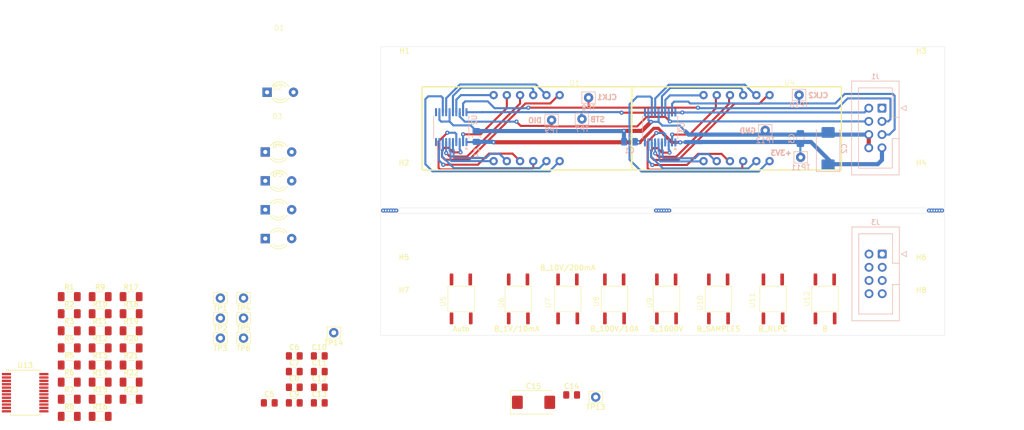
<source format=kicad_pcb>
(kicad_pcb (version 20240108) (generator "pcbnew") (generator_version "8.0")
  (layers (0 "F.Cu" signal) (31 "B.Cu" signal) (34 "B.Paste" user) (35 "F.Paste" user) (36 "B.SilkS" user "B.Silkscreen") (37 "F.SilkS" user "F.Silkscreen") (38 "B.Mask" user) (39 "F.Mask" user) (44 "Edge.Cuts" user))
  (net 0 "")
  (net 1 "+3.3V")
  (net 2 "GND")
  (net 3 "/B_AUTO")
  (net 4 "/B_1V{slash}10mA")
  (net 5 "/B_10V{slash}200mA")
  (net 6 "/B_100V{slash}10A")
  (net 7 "/B_1000V")
  (net 8 "/B_SAMPLES")
  (net 9 "/B_NLPC")
  (net 10 "/B")
  (net 11 "Net-(D1-A)")
  (net 12 "Net-(D2-A)")
  (net 13 "Net-(D3-A)")
  (net 14 "Net-(D4-A)")
  (net 15 "Net-(D5-A)")
  (net 16 "/DIO")
  (net 17 "/INT")
  (net 18 "/SCL")
  (net 19 "/SDA")
  (net 20 "/STB")
  (net 21 "/CLK2")
  (net 22 "/CLK1")
  (net 23 "Net-(R1-Pad2)")
  (net 24 "Net-(R3-Pad2)")
  (net 25 "Net-(R5-Pad2)")
  (net 26 "Net-(R7-Pad2)")
  (net 27 "Net-(R10-Pad1)")
  (net 28 "Net-(R11-Pad2)")
  (net 29 "Net-(R13-Pad2)")
  (net 30 "Net-(R15-Pad2)")
  (net 31 "/LED_AUTO")
  (net 32 "/LED_1V{slash}10mA")
  (net 33 "/LED_10V{slash}200mA")
  (net 34 "/LED_100V{slash}10A")
  (net 35 "/LED_1000V")
  (net 36 "Net-(U13-A0)")
  (net 37 "Net-(U13-P05)")
  (net 38 "Net-(U13-P06)")
  (net 39 "Net-(U13-P07)")
  (net 40 "Net-(U1-DP)")
  (net 41 "Net-(U1-d)")
  (net 42 "Net-(U1-a)")
  (net 43 "Net-(U1-e)")
  (net 44 "Net-(U1-f)")
  (net 45 "Net-(U1-c)")
  (net 46 "Net-(U1-g)")
  (net 47 "Net-(U1-A3)")
  (net 48 "Net-(U1-A1)")
  (net 49 "Net-(U1-b)")
  (net 50 "Net-(U1-A2)")
  (net 51 "Net-(U1-A4)")
  (net 54 "Net-(U3-DIG4)")
  (net 57 "Net-(U3-SEG8)")
  (net 58 "Net-(U3-SEG6)")
  (net 59 "Net-(U3-SEG1)")
  (net 60 "Net-(U3-SEG5)")
  (net 61 "Net-(U3-DIG1)")
  (net 62 "Net-(U3-SEG2)")
  (net 63 "Net-(U3-SEG4)")
  (net 64 "Net-(U3-DIG2)")
  (net 65 "Net-(U3-DIG3)")
  (net 66 "Net-(U3-SEG7)")
  (net 67 "Net-(U3-SEG3)")
  (net 68 "+3.3VA")
  (net 72 "GNDA")
  (footprint "Connector_Pin:Pin_D0.9mm_L10.0mm_W2.4mm_FlatFork" (layer "F.Cu") (at 98.1925 81.84)
    (property "Reference" "TP1")
    (property "Value" "TestPoint")
  )
  (footprint "Passives:Tact_Button_SMD_Gold" (layer "F.Cu") (at 166.85 82.75 90)
    (property "Reference" "U7")
    (property "Value" "B_10V/200mA")
  )
  (footprint "MountingHole:MountingHole_3.2mm_M3" (layer "F.Cu") (at 233 84.5)
    (property "Reference" "H8")
    (property "Value" "MountingHole")
  )
  (footprint "Connector_Pin:Pin_D0.9mm_L10.0mm_W2.4mm_FlatFork" (layer "F.Cu") (at 98.1925 85.69)
    (property "Reference" "TP2")
    (property "Value" "TestPoint")
  )
  (footprint "Resistor_SMD:R_1206_3216Metric_Pad1.30x1.75mm_HandSolder" (layer "F.Cu") (at 69.1125 84.85)
    (property "Reference" "R2")
    (property "Value" "1k2")
  )
  (footprint "Resistor_SMD:R_1206_3216Metric_Pad1.30x1.75mm_HandSolder" (layer "F.Cu") (at 75.0625 84.85)
    (property "Reference" "R10")
    (property "Value" "1k2")
  )
  (footprint "MountingHole:MountingHole_3.2mm_M3" (layer "F.Cu") (at 133.5 69.5)
    (property "Reference" "H5")
    (property "Value" "MountingHole")
  )
  (footprint "Passives:Hole_3mm" (layer "F.Cu") (at 174 82)
    (property "Reference" "H15" (hide yes))
    (property "Value" "MountingHole")
  )
  (footprint "Capacitor_SMD:C_0805_2012Metric_Pad1.18x1.45mm_HandSolder" (layer "F.Cu") (at 112.4025 102)
    (property "Reference" "C9")
    (property "Value" "100n")
  )
  (footprint "Resistor_SMD:R_1206_3216Metric_Pad1.30x1.75mm_HandSolder" (layer "F.Cu") (at 69.1125 81.56)
    (property "Reference" "R1")
    (property "Value" "6k8")
  )
  (footprint "Resistor_SMD:R_1206_3216Metric_Pad1.30x1.75mm_HandSolder" (layer "F.Cu") (at 69.1125 94.72)
    (property "Reference" "R5")
    (property "Value" "6k8")
  )
  (footprint "Resistor_SMD:R_1206_3216Metric_Pad1.30x1.75mm_HandSolder" (layer "F.Cu") (at 75.0625 101.3)
    (property "Reference" "R15")
    (property "Value" "6k8")
  )
  (footprint "Passives:Hole_3mm" (layer "F.Cu") (at 184 82)
    (property "Reference" "H16" (hide yes))
    (property "Value" "MountingHole")
  )
  (footprint "MountingHole:MountingHole_3.2mm_M3" (layer "F.Cu") (at 133.5 84.5)
    (property "Reference" "H7")
    (property "Value" "MountingHole")
  )
  (footprint "Passives:led_3mm_mid_hole" (layer "F.Cu") (at 109.3625 53.74)
    (property "Reference" "D2")
    (property "Value" "LED")
  )
  (footprint "Resistor_SMD:R_1206_3216Metric_Pad1.30x1.75mm_HandSolder" (layer "F.Cu") (at 81.0125 94.72)
    (property "Reference" "R21")
    (property "Value" "6k8")
  )
  (footprint "Resistor_SMD:R_1206_3216Metric_Pad1.30x1.75mm_HandSolder" (layer "F.Cu") (at 69.1125 101.3)
    (property "Reference" "R7")
    (property "Value" "6k8")
  )
  (footprint "Passives:Hole_3mm" (layer "F.Cu") (at 165 82)
    (property "Reference" "H13" (hide yes))
    (property "Value" "MountingHole")
  )
  (footprint "Connector_Pin:Pin_D0.9mm_L10.0mm_W2.4mm_FlatFork" (layer "F.Cu") (at 170.3832 100.8888)
    (property "Reference" "TP13")
    (property "Value" "TestPoint")
  )
  (footprint "Passives:7_segment,_4_dig,_0.4_inch_anode" (layer "F.Cu") (at 158.369 42.799)
    (property "Reference" "U1")
    (property "Value" "7-seg, 4-dig, common anode")
  )
  (footprint "Resistor_SMD:R_1206_3216Metric_Pad1.30x1.75mm_HandSolder" (layer "F.Cu") (at 81.0125 101.3)
    (property "Reference" "R23")
    (property "Value" "6k8")
  )
  (footprint "Resistor_SMD:R_1206_3216Metric_Pad1.30x1.75mm_HandSolder" (layer "F.Cu") (at 81.0125 98.01)
    (property "Reference" "R22")
    (property "Value" "6k8")
  )
  (footprint "Capacitor_Tantalum_SMD:CP_EIA-7343-31_Kemet-D" (layer "F.Cu") (at 158.4282 101.8888)
    (property "Reference" "C15")
    (property "Value" "220u")
  )
  (footprint "Resistor_SMD:R_1206_3216Metric_Pad1.30x1.75mm_HandSolder" (layer "F.Cu") (at 81.0125 84.85)
    (property "Reference" "R18")
    (property "Value" "6k8")
  )
  (footprint "Passives:led_3mm_mid_hole" (layer "F.Cu") (at 109.3625 64.84)
    (property "Reference" "D4")
    (property "Value" "LED")
  )
  (footprint "Resistor_SMD:R_1206_3216Metric_Pad1.30x1.75mm_HandSolder" (layer "F.Cu") (at 69.1125 88.14)
    (property "Reference" "R3")
    (property "Value" "6k8")
  )
  (footprint "Resistor_SMD:R_1206_3216Metric_Pad1.30x1.75mm_HandSolder" (layer "F.Cu") (at 75.0625 91.43)
    (property "Reference" "R12")
    (property "Value" "1k2")
  )
  (footprint "Capacitor_SMD:C_0805_2012Metric_Pad1.18x1.45mm_HandSolder" (layer "F.Cu") (at 107.5925 102)
    (property "Reference" "C5")
    (property "Value" "100n")
  )
  (footprint "Passives:Tact_Button_SMD_Gold" (layer "F.Cu") (at 185.85 82.75 90)
    (property "Reference" "U9")
    (property "Value" "B_1000V")
  )
  (footprint "Passives:led_3mm_mid_hole" (layer "F.Cu") (at 109.71 42.25)
    (property "Reference" "D1")
    (property "Value" "LED")
  )
  (footprint "Resistor_SMD:R_1206_3216Metric_Pad1.30x1.75mm_HandSolder" (layer "F.Cu") (at 75.0625 94.72)
    (property "Reference" "R13")
    (property "Value" "6k8")
  )
  (footprint "Capacitor_SMD:C_0805_2012Metric_Pad1.18x1.45mm_HandSolder" (layer "F.Cu") (at 117.2125 92.97)
    (property "Reference" "C10")
    (property "Value" "100n")
  )
  (footprint "Passives:Tact_Button_SMD_Gold" (layer "F.Cu") (at 216.35 82.75 90)
    (property "Reference" "U12")
    (property "Value" "B")
  )
  (footprint "Capacitor_SMD:C_0805_2012Metric_Pad1.18x1.45mm_HandSolder" (layer "F.Cu") (at 112.4025 98.99)
    (property "Reference" "C8")
    (property "Value" "100n")
  )
  (footprint "Passives:Hole_3mm" (layer "F.Cu") (at 214.5 81.95)
    (property "Reference" "H14" (hide yes))
    (property "Value" "MountingHole")
  )
  (footprint "Capacitor_SMD:C_0805_2012Metric_Pad1.18x1.45mm_HandSolder" (layer "F.Cu") (at 112.4025 92.97)
    (property "Reference" "C6")
    (property "Value" "100n")
  )
  (footprint "Resistor_SMD:R_1206_3216Metric_Pad1.30x1.75mm_HandSolder" (layer "F.Cu") (at 75.0625 88.14)
    (property "Reference" "R11")
    (property "Value" "6k8")
  )
  (footprint "Passives:Hole_3mm" (layer "F.Cu") (at 155.5 82)
    (property "Reference" "H11" (hide yes))
    (property "Value" "MountingHole")
  )
  (footprint "Connector_Pin:Pin_D0.9mm_L10.0mm_W2.4mm_FlatFork" (layer "F.Cu") (at 120 88.5)
    (property "Reference" "TP14")
    (property "Value" "TestPoint")
  )
  (footprint "Capacitor_SMD:C_0805_2012Metric_Pad1.18x1.45mm_HandSolder" (layer "F.Cu") (at 117.2125 102)
    (property "Reference" "C13")
    (property "Value" "100n")
  )
  (footprint "MountingHole:MountingHole_3.2mm_M3" (layer "F.Cu") (at 233 38.5)
    (property "Reference" "H3")
    (property "Value" "MountingHole")
  )
  (footprint "Package_SO:SSOP-24_5.3x8.2mm_P0.65mm" (layer "F.Cu") (at 60.6325 100.04)
    (property "Reference" "U13")
    (property "Value" "TCA9535DBR")
  )
  (footprint "Passives:Hole_3mm" (layer "F.Cu") (at 194 81.95)
    (property "Reference" "H10" (hide yes))
    (property "Value" "MountingHole")
  )
  (footprint "Capacitor_SMD:C_0805_2012Metric_Pad1.18x1.45mm_HandSolder" (layer "F.Cu") (at 117.2125 95.98)
    (property "Reference" "C11")
    (property "Value" "100n")
  )
  (footprint "Capacitor_SMD:C_0805_2012Metric_Pad1.18x1.45mm_HandSolder" (layer "F.Cu") (at 165.7532 100.4688)
    (property "Reference" "C14")
    (property "Value" "100n")
  )
  (footprint "MountingHole:MountingHole_3.2mm_M3" (layer "F.Cu") (at 233 60)
    (property "Reference" "H4")
    (property "Value" "MountingHole")
  )
  (footprint "Resistor_SMD:R_1206_3216Metric_Pad1.30x1.75mm_HandSolder" (layer "F.Cu") (at 75.0625 98.01)
    (property "Reference" "R14")
    (property "Value" "1k2")
  )
  (footprint "Passives:7_segment,_4_dig,_0.4_inch_anode" (layer "F.Cu") (at 198.75 42.799)
    (property "Reference" "U4")
    (property "Value" "7-seg, 4-dig, common anode")
  )
  (footprint "Connector_Pin:Pin_D0.9mm_L10.0mm_W2.4mm_FlatFork" (layer "F.Cu") (at 98.1925 89.54)
    (property "Reference" "TP3")
    (property "Value" "TestPoint")
  )
  (footprint "MountingHole:MountingHole_3.2mm_M3" (layer "F.Cu") (at 133.604 38.5)
    (property "Reference" "H1")
    (property "Value" "MountingHole")
  )
  (footprint "Resistor_SMD:R_1206_3216Metric_Pad1.30x1.75mm_HandSolder" (layer "F.Cu") (at 69.1125 104.59)
    (property "Reference" "R8")
    (property "Value" "1k2")
  )
  (footprint "Connector_Pin:Pin_D0.9mm_L10.0mm_W2.4mm_FlatFork" (layer "F.Cu") (at 102.6425 85.69)
    (property "Reference" "TP5")
    (property "Value" "TestPoint")
  )
  (footprint "Resistor_SMD:R_1206_3216Metric_Pad1.30x1.75mm_HandSolder" (layer "F.Cu") (at 75.0625 81.56)
    (property "Reference" "R9")
    (property "Value" "6k8")
  )
  (footprint "Connector_Pin:Pin_D0.9mm_L10.0mm_W2.4mm_FlatFork" (layer "F.Cu") (at 102.6425 89.54)
    (property "Reference" "TP6")
    (property "Value" "TestPoint")
  )
  (footprint "Passives:Tact_Button_SMD_Gold" (layer "F.Cu") (at 206.35 82.75 90)
    (property "Reference" "U11")
    (property "Value" "B_NLPC")
  )
  (footprint "Passives:led_3mm_mid_hole" (layer "F.Cu") (at 109.3625 70.39)
    (property "Reference" "D5")
    (property "Value" "LED")
  )
  (footprint "Passives:Tact_Button_SMD_Gold" (layer "F.Cu") (at 195.85 82.75 90)
    (property "Reference" "U10")
    (property "Value" "B_SAMPLES")
  )
  (footprint "Passives:Tact_Button_SMD_Gold" (layer "F.Cu") (at 175.85 82.75 90)
    (property "Reference" "U8")
    (property "Value" "B_100V/10A")
  )
  (footprint "Passives:Tact_Button_SMD_Gold" (layer "F.Cu") (at 157.35 82.75 90)
    (property "Reference" "U6")
    (property "Value" "B_1V/10mA")
  )
  (footprint "Capacitor_SMD:C_0805_2012Metric_Pad1.18x1.45mm_HandSolder" (layer "F.Cu") (at 112.4025 95.98)
    (property "Reference" "C7")
    (property "Value" "100n")
  )
  (footprint "Resistor_SMD:R_1206_3216Metric_Pad1.30x1.75mm_HandSolder" (layer "F.Cu") (at 69.1125 91.43)
    (property "Reference" "R4")
    (property "Value" "1k2")
  )
  (footprint "Resistor_SMD:R_1206_3216Metric_Pad1.30x1.75mm_HandSolder" (layer "F.Cu") (at 81.0125 88.14)
    (property "Reference" "R19")
    (property "Value" "6k8")
  )
  (footprint "Resistor_SMD:R_1206_3216Metric_Pad1.30x1.75mm_HandSolder" (layer "F.Cu") (at 69.1125 98.01)
    (property "Reference" "R6")
    (property "Value" "1k2")
  )
  (footprint "Passives:Hole_3mm" (layer "F.Cu") (at 144.5 81.95)
    (property "Reference" "H9" (hide yes))
    (property "Value" "MountingHole")
  )
  (footprint "MountingHole:MountingHole_3.2mm_M3" (layer "F.Cu") (at 133.5 60)
    (property "Reference" "H2")
    (property "Value" "MountingHole")
  )
  (footprint "Resistor_SMD:R_1206_3216Metric_Pad1.30x1.75mm_HandSolder" (layer "F.Cu") (at 81.0125 91.43)
    (property "Reference" "R20")
    (property "Value" "6k8")
  )
  (footprint "Passives:led_3mm_mid_hole" (layer "F.Cu") (at 109.3625 59.29)
    (property "Reference" "D3")
    (property "Value" "LED")
  )
  (footprint "Resistor_SMD:R_1206_3216Metric_Pad1.30x1.75mm_HandSolder" (layer "F.Cu") (at 75.0625 104.59)
    (property "Reference" "R16")
    (property "Value" "1k2")
  )
  (footprint "Passives:Tact_Button_SMD_Gold" (layer "F.Cu") (at 146.35 82.75 90)
    (property "Reference" "U5")
    (property "Value" "Auto")
  )
  (footprint "MountingHole:MountingHole_3.2mm_M3" (layer "F.Cu") (at 233 69.5)
    (property "Reference" "H6")
    (property "Value" "MountingHole")
  )
  (footprint "Resistor_SMD:R_1206_3216Metric_Pad1.30x1.75mm_HandSolder" (layer "F.Cu") (at 81.0125 81.56)
    (property "Reference" "R17")
    (property "Value" "6k8")
  )
  (footprint "Capacitor_SMD:C_0805_2012Metric_Pad1.18x1.45mm_HandSolder" (layer "F.Cu") (at 117.2125 98.99)
    (property "Reference" "C12")
    (property "Value" "100n")
  )
  (footprint "Connector_Pin:Pin_D0.9mm_L10.0mm_W2.4mm_FlatFork" (layer "F.Cu") (at 102.6425 81.84)
    (property "Reference" "TP4")
    (property "Value" "TestPoint")
  )
  (footprint "Passives:Hole_3mm" (layer "F.Cu") (at 204.5 82)
    (property "Reference" "H12" (hide yes))
    (property "Value" "MountingHole")
  )
  (footprint "Capacitor_SMD:C_0805_2012Metric_Pad1.18x1.45mm_HandSolder" (layer "B.Cu") (at 176.8856 51.7652)
    (property "Reference" "C1")
    (property "Value" "100n")
  )
  (footprint "Connector_Pin:Pin_D0.9mm_L10.0mm_W2.4mm_FlatFork" (layer "B.Cu") (at 202.9968 49.5808 180)
    (property "Reference" "TP12")
    (property "Value" "TestPoint")
  )
  (footprint "Connector_Pin:Pin_D0.9mm_L10.0mm_W2.4mm_FlatFork" (layer "B.Cu") (at 169.0116 43.2816 180)
    (property "Reference" "TP8")
    (property "Value" "TestPoint")
  )
  (footprint "Connector_Pin:Pin_D0.9mm_L10.0mm_W2.4mm_FlatFork" (layer "B.Cu") (at 161.8996 47.5996 180)
    (property "Reference" "TP9")
    (property "Value" "TestPoint")
  )
  (footprint "Connector_IDC:IDC-Header_2x04_P2.54mm_Vertical" (layer "B.Cu") (at 225.5 73.38 180)
    (property "Reference" "J3")
    (property "Value" "Conn_02x04_Odd_Even")
  )
  (footprint "Connector_Pin:Pin_D0.9mm_L10.0mm_W2.4mm_FlatFork" (layer "B.Cu") (at 167.7416 47.3964 180)
    (property "Reference" "TP7")
    (property "Value" "TestPoint")
  )
  (footprint "Package_SO:SSOP-20_4.4x6.5mm_P0.65mm" (layer "B.Cu") (at 182.7784 49.022 90)
    (property "Reference" "U3")
    (property "Value" "~")
  )
  (footprint "Capacitor_Tantalum_SMD:CP_EIA-7343-31_Kemet-D" (layer "B.Cu") (at 215.0872 53.086 90)
    (property "Reference" "C2")
    (property "Value" "220u")
  )
  (footprint "Connector_Pin:Pin_D0.9mm_L10.0mm_W2.4mm_FlatFork" (layer "B.Cu") (at 209.4992 42.7736 180)
    (property "Reference" "TP10")
    (property "Value" "TestPoint")
  )
  (footprint "Connector_Pin:Pin_D0.9mm_L10.0mm_W2.4mm_FlatFork" (layer "B.Cu") (at 209.804 54.7624 180)
    (property "Reference" "TP11")
    (property "Value" "TestPoint")
  )
  (footprint "Connector_IDC:IDC-Header_2x04_P2.54mm_Vertical" (layer "B.Cu") (at 225.4504 45.3136 180)
    (property "Reference" "J1")
    (property "Value" "Conn_02x04_Odd_Even")
  )
  (footprint "Package_SO:SSOP-20_4.4x6.5mm_P0.65mm" (layer "B.Cu") (at 142.5956 48.9615 90)
    (property "Reference" "U2")
    (property "Value" "~")
  )
  (footprint "Capacitor_SMD:C_0805_2012Metric_Pad1.18x1.45mm_HandSolder" (layer "B.Cu") (at 209.7532 51.1556 -90)
    (property "Reference" "C3")
    (property "Value" "100n")
  )
  (footprint "Capacitor_SMD:C_0805_2012Metric_Pad1.18x1.45mm_HandSolder" (layer "B.Cu") (at 147.4216 50.7492 -90)
    (property "Reference" "C4")
    (property "Value" "100n")
  )
  (gr_rect (start 129 33.5) (end 237.5 89) (stroke (width 0.05)) (fill none) (layer "Edge.Cuts"))
  (gr_rect (start 132.5 64.5) (end 181.5 65.5) (stroke (width 0.05)) (fill none) (layer "Edge.Cuts"))
  (gr_rect (start 185 64.5) (end 234 65.5) (stroke (width 0.05)) (fill none) (layer "Edge.Cuts"))
  (gr_text "DIO" (at 160.1216 48.26 0) (layer "B.SilkS") (effects (font (size 1 1) (thickness 0.25) (bold yes)) (justify left bottom mirror)))
  (gr_text "+3V3" (at 208.2292 54.5084 0) (layer "B.SilkS") (effects (font (size 1 1) (thickness 0.25) (bold yes)) (justify left bottom mirror)))
  (gr_text "CLK2" (at 215.2396 43.434 0) (layer "B.SilkS") (effects (font (size 1 1) (thickness 0.25) (bold yes)) (justify left bottom mirror)))
  (gr_text "GND" (at 201.3204 50.2412 0) (layer "B.SilkS") (effects (font (size 1 1) (thickness 0.25) (bold yes)) (justify left bottom mirror)))
  (gr_text "CLK1" (at 174.5996 43.7896 0) (layer "B.SilkS") (effects (font (size 1 1) (thickness 0.25) (bold yes)) (justify left bottom mirror)))
  (gr_text "STB" (at 172.2628 48.0568 0) (layer "B.SilkS") (effects (font (size 1 1) (thickness 0.25) (bold yes)) (justify left bottom mirror)))
  (via (at 130.5 65) (size 0.8) (drill 0.3) (layers "F.Cu" "B.Cu") (net 0))
  (via (at 236 65) (size 0.8) (drill 0.3) (layers "F.Cu" "B.Cu") (net 0))
  (via (at 235.5 65) (size 0.8) (drill 0.3) (layers "F.Cu" "B.Cu") (net 0))
  (via (at 184 65) (size 0.8) (drill 0.3) (layers "F.Cu" "B.Cu") (net 0))
  (via (at 184.5 65) (size 0.8) (drill 0.3) (layers "F.Cu" "B.Cu") (net 0))
  (via (at 236.5 65) (size 0.8) (drill 0.3) (layers "F.Cu" "B.Cu") (net 0))
  (via (at 129.5 65) (size 0.8) (drill 0.3) (layers "F.Cu" "B.Cu") (net 0))
  (via (at 183 65) (size 0.8) (drill 0.3) (layers "F.Cu" "B.Cu") (net 0))
  (via (at 183.5 65) (size 0.8) (drill 0.3) (layers "F.Cu" "B.Cu") (net 0))
  (via (at 235 65) (size 0.8) (drill 0.3) (layers "F.Cu" "B.Cu") (net 0))
  (via (at 237 65) (size 0.8) (drill 0.3) (layers "F.Cu" "B.Cu") (net 0))
  (via (at 234.5 65) (size 0.8) (drill 0.3) (layers "F.Cu" "B.Cu") (net 0))
  (via (at 131 65) (size 0.8) (drill 0.3) (layers "F.Cu" "B.Cu") (net 0))
  (via (at 182.5 65) (size 0.8) (drill 0.3) (layers "F.Cu" "B.Cu") (net 0))
  (via (at 130 65) (size 0.8) (drill 0.3) (layers "F.Cu" "B.Cu") (net 0))
  (via (at 131.5 65) (size 0.8) (drill 0.3) (layers "F.Cu" "B.Cu") (net 0))
  (via (at 132 65) (size 0.8) (drill 0.3) (layers "F.Cu" "B.Cu") (net 0))
  (via (at 182 65) (size 0.8) (drill 0.3) (layers "F.Cu" "B.Cu") (net 0))
  (segment (start 186.6392 51.8873) (end 185.0341 51.8873) (width 0.6) (layer "F.Cu") (net 1))
  (segment (start 183.4388 50.292) (end 183.4388 50.213007) (width 0.6) (layer "F.Cu") (net 1))
  (segment (start 181.5448 49.1888) (end 178.8668 51.8668) (width 0.6) (layer "F.Cu") (net 1))
  (segment (start 182.414593 49.1888) (end 181.5448 49.1888) (width 0.6) (layer "F.Cu") (net 1))
  (segment (start 185.0341 51.8873) (end 183.4388 50.292) (width 0.6) (layer "F.Cu") (net 1))
  (segment (start 178.8668 51.8668) (end 178.562 51.8668) (width 0.8) (layer "F.Cu") (net 1))
  (segment (start 178.562 51.8668) (end 150.7236 51.8668) (width 0.8) (layer "F.Cu") (net 1))
  (segment (start 183.4388 50.213007) (end 182.414593 49.1888) (width 0.6) (layer "F.Cu") (net 1))
  (via (at 150.7236 51.8668) (size 0.8) (drill 0.3) (layers "F.Cu" "B.Cu") (net 1))
  (via (at 178.562 51.8668) (size 0.8) (drill 0.3) (layers "F.Cu" "B.Cu") (net 1))
  (via (at 186.6392 51.8873) (size 0.8) (drill 0.3) (layers "F.Cu" "B.Cu") (net 1))
  (segment (start 216.0524 56.0832) (end 224.6376 56.0832) (width 0.8) (layer "B.Cu") (net 1))
  (segment (start 209.7532 52.1931) (end 209.7532 54.7116) (width 0.4) (layer "B.Cu") (net 1))
  (segment (start 190.6563 51.8375) (end 190.6778 51.816) (width 0.8) (layer "B.Cu") (net 1))
  (segment (start 186.6392 51.8873) (end 187.58 51.8873) (width 0.4) (layer "B.Cu") (net 1))
  (segment (start 224.6376 56.0832) (end 225.4504 55.2704) (width 0.8) (layer "B.Cu") (net 1))
  (segment (start 190.6778 51.816) (end 211.7852 51.816) (width 0.8) (layer "B.Cu") (net 1))
  (segment (start 147.4216 51.7867) (end 150.4481 51.7867) (width 0.8) (layer "B.Cu") (net 1))
  (segment (start 225.4504 55.2704) (end 225.4504 52.9336) (width 0.8) (layer "B.Cu") (net 1))
  (segment (start 147.3718 51.8365) (end 147.4216 51.7867) (width 0.4) (layer "B.Cu") (net 1))
  (segment (start 211.7852 51.816) (end 216.0524 56.0832) (width 0.8) (layer "B.Cu") (net 1))
  (segment (start 187.58 51.8873) (end 187.6298 51.8375) (width 0.4) (layer "B.Cu") (net 1))
  (segment (start 150.4481 51.7867) (end 150.4696 51.7652) (width 0.8) (layer "B.Cu") (net 1))
  (segment (start 187.6298 51.8375) (end 190.6563 51.8375) (width 0.8) (layer "B.Cu") (net 1))
  (segment (start 145.5206 51.8365) (end 147.3718 51.8365) (width 0.4) (layer "B.Cu") (net 1))
  (segment (start 209.7532 54.7116) (end 209.804 54.7624) (width 0.4) (layer "B.Cu") (net 1))
  (segment (start 185.7288 51.8873) (end 186.6392 51.8873) (width 0.4) (layer "B.Cu") (net 1))
  (segment (start 179.2732 49.6824) (end 181.0004 47.9552) (width 0.8) (layer "F.Cu") (net 2))
  (segment (start 175.8188 49.6824) (end 179.2732 49.6824) (width 0.8) (layer "F.Cu") (net 2))
  (segment (start 222.9104 50.3936) (end 222.9104 52.9336) (width 0.8) (layer "F.Cu") (net 2))
  (via (at 175.8188 49.6824) (size 0.8) (drill 0.3) (layers "F.Cu" "B.Cu") (net 2))
  (via (at 181.0004 47.9552) (size 0.8) (drill 0.3) (layers "F.Cu" "B.Cu") (net 2))
  (segment (start 147.4216 49.7117) (end 146.3255 48.6156) (width 0.4) (layer "B.Cu") (net 2))
  (segment (start 183.2102 48.6664) (end 182.4788 47.935) (width 0.4) (layer "B.Cu") (net 2))
  (segment (start 140.9394 47.8842) (end 142.2706 47.8842) (width 0.4) (layer "B.Cu") (net 2))
  (segment (start 181.1274 47.9552) (end 181.1476 47.935) (width 0.4) (layer "B.Cu") (net 2))
  (segment (start 140.3206 47.5598) (end 140.6652 47.9044) (width 0.4) (layer "B.Cu") (net 2))
  (segment (start 175.8188 51.7359) (end 175.8481 51.7652) (width 0.8) (layer "B.Cu") (net 2))
  (segment (start 140.3206 46.0865) (end 140.3206 47.5598) (width 0.4) (layer "B.Cu") (net 2))
  (segment (start 175.8188 49.6824) (end 175.8188 51.7359) (width 0.8) (layer "B.Cu") (net 2))
  (segment (start 180.8734 47.9552) (end 181.0004 47.9552) (width 0.4) (layer "B.Cu") (net 2))
  (segment (start 181.0004 47.9552) (end 181.1274 47.9552) (width 0.4) (layer "B.Cu") (net 2))
  (segment (start 180.5288 47.6106) (end 180.8734 47.9552) (width 0.4) (layer "B.Cu") (net 2))
  (segment (start 140.6652 47.9044) (end 140.9192 47.9044) (width 0.4) (layer "B.Cu") (net 2))
  (segment (start 188.2609 50.3936) (end 222.9104 50.3936) (width 0.8) (layer "B.Cu") (net 2))
  (segment (start 181.1476 47.935) (end 182.4788 47.935) (width 0.4) (layer "B.Cu") (net 2))
  (segment (start 186.5337 48.6664) (end 183.2102 48.6664) (width 0.4) (layer "B.Cu") (net 2))
  (segment (start 147.4216 49.7117) (end 175.7895 49.7117) (width 0.8) (layer "B.Cu") (net 2))
  (segment (start 187.6298 49.7625) (end 186.5337 48.6664) (width 0.4) (layer "B.Cu") (net 2))
  (segment (start 143.002 48.6156) (end 142.2706 47.8842) (width 0.4) (layer "B.Cu") (net 2))
  (segment (start 182.4788 47.935) (end 182.4788 46.1373) (width 0.4) (layer "B.Cu") (net 2))
  (segment (start 140.9192 47.9044) (end 140.9394 47.8842) (width 0.4) (layer "B.Cu") (net 2))
  (segment (start 146.3255 48.6156) (end 143.002 48.6156) (width 0.4) (layer "B.Cu") (net 2))
  (segment (start 142.2706 47.8842) (end 142.2706 46.0865) (width 0.4) (layer "B.Cu") (net 2))
  (segment (start 187.6298 49.7625) (end 188.2609 50.3936) (width 0.8) (layer "B.Cu") (net 2))
  (segment (start 180.5288 46.1373) (end 180.5288 47.6106) (width 0.4) (layer "B.Cu") (net 2))
  (segment (start 175.7895 49.7117) (end 175.8188 49.6824) (width 0.8) (layer "B.Cu") (net 2))
  (segment (start 180.1876 46.99) (end 183.7816 46.99) (width 0.4) (layer "F.Cu") (net 16))
  (segment (start 161.9504 48.7172) (end 162.052 48.8188) (width 0.4) (layer "F.Cu") (net 16))
  (segment (start 161.8996 48.6664) (end 161.9504 48.7172) (width 0.4) (layer "F.Cu") (net 16))
  (segment (start 178.3588 48.8188) (end 180.1876 46.99) (width 0.4) (layer "F.Cu") (net 16))
  (segment (start 155.956 48.7172) (end 161.9504 48.7172) (width 0.4) (layer "F.Cu") (net 16))
  (segment (start 161.8996 47.5996) (end 161.8996 48.6664) (width 0.4) (layer "F.Cu") (net 16))
  (segment (start 155.1432 47.9044) (end 155.956 48.7172) (width 0.4) (layer "F.Cu") (net 16))
  (segment (start 162.052 48.8188) (end 178.3588 48.8188) (width 0.4) (layer "F.Cu") (net 16))
  (segment (start 183.7816 46.99) (end 184.658 47.8664) (width 0.4) (layer "F.Cu") (net 16))
  (via (at 155.1432 47.9044) (size 0.8) (drill 0.3) (layers "F.Cu" "B.Cu") (net 16))
  (via (at 184.658 47.8664) (size 0.8) (drill 0.3) (layers "F.Cu" "B.Cu") (net 16))
  (segment (start 144.2206 46.921378) (end 145.203622 47.9044) (width 0.4) (layer "B.Cu") (net 16))
  (segment (start 184.4288 47.6498) (end 184.6326 47.8536) (width 0.4) (layer "B.Cu") (net 16))
  (segment (start 184.6326 47.8536) (end 222.9104 47.8536) (width 0.4) (layer "B.Cu") (net 16))
  (segment (start 145.203622 47.9044) (end 155.1432 47.9044) (width 0.4) (layer "B.Cu") (net 16))
  (segment (start 184.4288 46.1373) (end 184.4288 47.6498) (width 0.4) (layer "B.Cu") (net 16))
  (segment (start 144.2206 46.0865) (end 144.2206 46.921378) (width 0.4) (layer "B.Cu") (net 16))
  (segment (start 187.0057 46.1772) (end 187.0456 46.1373) (width 0.4) (layer "F.Cu") (net 20))
  (segment (start 175.3616 46.1772) (end 187.0057 46.1772) (width 0.4) (layer "F.Cu") (net 20))
  (via (at 187.0456 46.1373) (size 0.8) (drill 0.3) (layers "F.Cu" "B.Cu") (net 20))
  (via (at 175.3616 46.1772) (size 0.8) (drill 0.3) (layers "F.Cu" "B.Cu") (net 20))
  (segment (start 185.7288 46.1373) (end 187.0456 46.1373) (width 0.4) (layer "B.Cu") (net 20))
  (segment (start 145.5206 46.0865) (end 148.5283 46.0865) (width 0.4) (layer "B.Cu") (net 20))
  (segment (start 167.64 47.2948) (end 167.7416 47.3964) (width 0.4) (layer "B.Cu") (net 20))
  (segment (start 148.5283 46.0865) (end 148.5392 46.0756) (width 0.4) (layer "B.Cu") (net 20))
  (segment (start 222.0867 46.1373) (end 187.0456 46.1373) (width 0.4) (layer "B.Cu") (net 20))
  (segment (start 175.26 46.0756) (end 175.3616 46.1772) (width 0.4) (layer "B.Cu") (net 20))
  (segment (start 222.9104 45.3136) (end 222.0867 46.1373) (width 0.4) (layer "B.Cu") (net 20))
  (segment (start 167.64 46.0756) (end 175.26 46.0756) (width 0.4) (layer "B.Cu") (net 20))
  (segment (start 167.64 46.0756) (end 167.64 47.2948) (width 0.4) (layer "B.Cu") (net 20))
  (segment (start 148.5392 46.0756) (end 167.64 46.0756) (width 0.4) (layer "B.Cu") (net 20))
  (segment (start 218.2876 42.5704) (end 216.4588 44.3992) (width 0.4) (layer "B.Cu") (net 21))
  (segment (start 226.8728 50.3936) (end 227.8888 49.3776) (width 0.4) (layer "B.Cu") (net 21))
  (segment (start 227.8888 49.3776) (end 227.8888 42.926) (width 0.4) (layer "B.Cu") (net 21))
  (segment (start 185.4962 44.0436) (end 188.1886 44.0436) (width 0.4) (layer "B.Cu") (net 21))
  (segment (start 227.5332 42.5704) (end 218.2876 42.5704) (width 0.4) (layer "B.Cu") (net 21))
  (segment (start 209.4992 44.3484) (end 209.4992 42.7736) (width 0.4) (layer "B.Cu") (net 21))
  (segment (start 225.4504 50.3936) (end 226.8728 50.3936) (width 0.4) (layer "B.Cu") (net 21))
  (segment (start 209.55 44.3992) (end 209.4992 44.3484) (width 0.4) (layer "B.Cu") (net 21))
  (segment (start 209.55 44.3992) (end 188.5442 44.3992) (width 0.4) (layer "B.Cu") (net 21))
  (segment (start 185.0788 46.1373) (end 185.0788 44.461) (width 0.4) (layer "B.Cu") (net 21))
  (segment (start 216.4588 44.3992) (end 209.55 44.3992) (width 0.4) (layer "B.Cu") (net 21))
  (segment (start 185.0788 44.461) (end 185.4962 44.0436) (width 0.4) (layer "B.Cu") (net 21))
  (segment (start 227.8888 42.926) (end 227.5332 42.5704) (width 0.4) (layer "B.Cu") (net 21))
  (segment (start 188.5442 44.3992) (end 188.1886 44.0436) (width 0.4) (layer "B.Cu") (net 21))
  (segment (start 169.0116 45.1612) (end 169.0116 43.2816) (width 0.4) (layer "F.Cu") (net 22))
  (segment (start 168.9608 45.212) (end 157.4292 45.212) (width 0.4) (layer "F.Cu") (net 22))
  (segment (start 168.9608 45.212) (end 169.0116 45.1612) (width 0.4) (layer "F.Cu") (net 22))
  (segment (start 190.0428 45.212) (end 168.9608 45.212) (width 0.4) (layer "F.Cu") (net 22))
  (via (at 157.4292 45.212) (size 0.8) (drill 0.3) (layers "F.Cu" "B.Cu") (net 22))
  (via (at 190.0428 45.212) (size 0.8) (drill 0.3) (layers "F.Cu" "B.Cu") (net 22))
  (segment (start 216.9668 45.3136) (end 190.1444 45.3136) (width 0.4) (layer "B.Cu") (net 22))
  (segment (start 227.076 47.4472) (end 227.076 43.5356) (width 0.4) (layer "B.Cu") (net 22))
  (segment (start 145.288 43.9928) (end 149.606 43.9928) (width 0.4) (layer "B.Cu") (net 22))
  (segment (start 226.6696 47.8536) (end 227.076 47.4472) (width 0.4) (layer "B.Cu") (net 22))
  (segment (start 218.8464 43.434) (end 216.9668 45.3136) (width 0.4) (layer "B.Cu") (net 22))
  (segment (start 226.9744 43.434) (end 218.8464 43.434) (width 0.4) (layer "B.Cu") (net 22))
  (segment (start 144.8706 46.0865) (end 144.8706 44.4102) (width 0.4) (layer "B.Cu") (net 22))
  (segment (start 150.9268 45.3136) (end 157.3276 45.3136) (width 0.4) (layer "B.Cu") (net 22))
  (segment (start 190.1444 45.3136) (end 190.0428 45.212) (width 0.4) (layer "B.Cu") (net 22))
  (segment (start 225.4504 47.8536) (end 226.6696 47.8536) (width 0.4) (layer "B.Cu") (net 22))
  (segment (start 149.606 43.9928) (end 150.9268 45.3136) (width 0.4) (layer "B.Cu") (net 22))
  (segment (start 227.076 43.5356) (end 226.9744 43.434) (width 0.4) (layer "B.Cu") (net 22))
  (segment (start 144.8706 44.4102) (end 145.288 43.9928) (width 0.4) (layer "B.Cu") (net 22))
  (segment (start 157.3276 45.3136) (end 157.4292 45.212) (width 0.4) (layer "B.Cu") (net 22))
  (segment (start 147.7264 56.1848) (end 149.86 54.0512) (width 0.4) (layer "F.Cu") (net 40))
  (segment (start 154.3812 54.0512) (end 155.829 55.499) (width 0.4) (layer "F.Cu") (net 40))
  (segment (start 141.0716 56.1848) (end 147.7264 56.1848) (width 0.4) (layer "F.Cu") (net 40))
  (segment (start 149.86 54.0512) (end 154.3812 54.0512) (width 0.4) (layer "F.Cu") (net 40))
  (via (at 141.0716 56.1848) (size 0.8) (drill 0.3) (layers "F.Cu" "B.Cu") (net 40))
  (segment (start 140.2304 53.369701) (end 140.2304 55.3436) (width 0.4) (layer "B.Cu") (net 40))
  (segment (start 140.3206 51.8365) (end 140.3206 53.279501) (width 0.4) (layer "B.Cu") (net 40))
  (segment (start 140.2304 55.3436) (end 141.0716 56.1848) (width 0.4) (layer "B.Cu") (net 40))
  (segment (start 140.3206 53.279501) (end 140.2304 53.369701) (width 0.4) (layer "B.Cu") (net 40))
  (segment (start 150.0632 54.102) (end 151.892 54.102) (width 0.4) (layer "B.Cu") (net 41))
  (segment (start 151.892 54.102) (end 153.289 55.499) (width 0.4) (layer "B.Cu") (net 41))
  (segment (start 149.2662 54.899) (end 150.0632 54.102) (width 0.4) (layer "B.Cu") (net 41))
  (segment (start 143.0528 54.7116) (end 143.2402 54.899) (width 0.4) (layer "B.Cu") (net 41))
  (segment (start 142.9206 51.8365) (end 142.9206 53.259901) (width 0.4) (layer "B.Cu") (net 41))
  (segment (start 142.9206 53.259901) (end 143.0528 53.392101) (width 0.4) (layer "B.Cu") (net 41))
  (segment (start 143.0528 53.392101) (end 143.0528 54.7116) (width 0.4) (layer "B.Cu") (net 41))
  (segment (start 143.2402 54.899) (end 149.2662 54.899) (width 0.4) (layer "B.Cu") (net 41))
  (segment (start 153.289 45.2882) (end 153.289 42.799) (width 0.4) (layer "F.Cu") (net 42))
  (segment (start 144.8816 50.3428) (end 148.2344 50.3428) (width 0.4) (layer "F.Cu") (net 42))
  (segment (start 148.2344 50.3428) (end 153.289 45.2882) (width 0.4) (layer "F.Cu") (net 42))
  (via (at 144.8816 50.3428) (size 0.8) (drill 0.3) (layers "F.Cu" "B.Cu") (net 42))
  (segment (start 144.8816 50.3428) (end 144.8816 50.990622) (width 0.4) (layer "B.Cu") (net 42))
  (segment (start 144.8816 50.990622) (end 144.8706 51.001622) (width 0.4) (layer "B.Cu") (net 42))
  (segment (start 144.8706 51.001622) (end 144.8706 51.8365) (width 0.4) (layer "B.Cu") (net 42))
  (segment (start 142.4432 53.631029) (end 142.4432 55.3212) (width 0.4) (layer "B.Cu") (net 43))
  (segment (start 142.4432 55.3212) (end 142.621 55.499) (width 0.4) (layer "B.Cu") (net 43))
  (segment (start 142.2706 53.458429) (end 142.4432 53.631029) (width 0.4) (layer "B.Cu") (net 43))
  (segment (start 142.621 55.499) (end 150.749 55.499) (width 0.4) (layer "B.Cu") (net 43))
  (segment (start 142.2706 51.8365) (end 142.2706 53.458429) (width 0.4) (layer "B.Cu") (net 43))
  (segment (start 155.829 44.4246) (end 155.829 42.799) (width 0.4) (layer "F.Cu") (net 44))
  (segment (start 145.6436 54.61) (end 155.829 44.4246) (width 0.4) (layer "F.Cu") (net 44))
  (segment (start 141.6304 53.9496) (end 142.2908 54.61) (width 0.4) (layer "F.Cu") (net 44))
  (segment (start 142.2908 54.61) (end 145.6436 54.61) (width 0.4) (layer "F.Cu") (net 44))
  (via (at 141.6304 53.9496) (size 0.8) (drill 0.3) (layers "F.Cu" "B.Cu") (net 44))
  (segment (start 141.6206 53.9398) (end 141.6304 53.9496) (width 0.4) (layer "B.Cu") (net 44))
  (segment (start 141.6206 51.8365) (end 141.6206 53.9398) (width 0.4) (layer "B.Cu") (net 44))
  (segment (start 158.0388 57.0992) (end 158.369 56.769) (width 0.4) (layer "F.Cu") (net 45))
  (segment (start 158.369 56.769) (end 158.369 55.499) (width 0.4) (layer "F.Cu") (net 45))
  (segment (start 140.462 57.0992) (end 158.0388 57.0992) (width 0.4) (layer "F.Cu") (net 45))
  (segment (start 140.1572 51.7144) (end 140.1572 56.7944) (width 0.4) (layer "F.Cu") (net 45))
  (segment (start 141.8336 50.038) (end 140.1572 51.7144) (width 0.4) (layer "F.Cu") (net 45))
  (segment (start 140.1572 56.7944) (end 140.462 57.0992) (width 0.4) (layer "F.Cu") (net 45))
  (via (at 141.8336 50.038) (size 0.8) (drill 0.3) (layers "F.Cu" "B.Cu") (net 45))
  (segment (start 143.5706 51.8365) (end 143.5706 50.3018) (width 0.4) (layer "B.Cu") (net 45))
  (segment (start 143.3068 50.038) (end 141.8336 50.038) (width 0.4) (layer "B.Cu") (net 45))
  (segment (start 143.5706 50.3018) (end 143.3068 50.038) (width 0.4) (layer "B.Cu") (net 45))
  (segment (start 140.9706 53.478029) (end 140.8304 53.618229) (width 0.4) (layer "B.Cu") (net 46))
  (segment (start 140.8304 54.572) (end 143.1036 56.8452) (width 0.4) (layer "B.Cu") (net 46))
  (segment (start 140.8304 53.618229) (end 140.8304 54.572) (width 0.4) (layer "B.Cu") (net 46))
  (segment (start 143.1036 56.8452) (end 159.5628 56.8452) (width 0.4) (layer "B.Cu") (net 46))
  (segment (start 159.5628 56.8452) (end 160.909 55.499) (width 0.4) (layer "B.Cu") (net 46))
  (segment (start 140.9706 51.8365) (end 140.9706 53.478029) (width 0.4) (layer "B.Cu") (net 46))
  (segment (start 160.909 42.799) (end 158.8612 40.7512) (width 0.4) (layer "B.Cu") (net 47))
  (segment (start 158.8612 40.7512) (end 144.2624 40.7512) (width 0.4) (layer "B.Cu") (net 47))
  (segment (start 141.6206 43.393) (end 141.6206 46.0865) (width 0.4) (layer "B.Cu") (net 47))
  (segment (start 144.2624 40.7512) (end 141.6206 43.393) (width 0.4) (layer "B.Cu") (net 47))
  (segment (start 143.5706 43.6782) (end 144.4498 42.799) (width 0.4) (layer "B.Cu") (net 48))
  (segment (start 144.4498 42.799) (end 150.749 42.799) (width 0.4) (layer "B.Cu") (net 48))
  (segment (start 143.5706 46.0865) (end 143.5706 43.6782) (width 0.4) (layer "B.Cu") (net 48))
  (segment (start 141.2748 52.9336) (end 140.8176 53.3908) (width 0.4) (layer "F.Cu") (net 49))
  (segment (start 146.05 55.2196) (end 156.8704 44.3992) (width 0.4) (layer "F.Cu") (net 49))
  (segment (start 163.2458 42.799) (end 163.449 42.799) (width 0.4) (layer "F.Cu") (net 49))
  (segment (start 142.964 53.81) (end 142.0876 52.9336) (width 0.4) (layer "F.Cu") (net 49))
  (segment (start 140.8176 53.3908) (end 140.8176 54.6608) (width 0.4) (layer "F.Cu") (net 49))
  (segment (start 140.8176 54.6608) (end 141.3764 55.2196) (width 0.4) (layer "F.Cu") (net 49))
  (segment (start 156.8704 44.3992) (end 161.6456 44.3992) (width 0.4) (layer "F.Cu") (net 49))
  (segment (start 142.0876 52.9336) (end 141.2748 52.9336) (width 0.4) (layer "F.Cu") (net 49))
  (segment (start 141.3764 55.2196) (end 146.05 55.2196) (width 0.4) (layer "F.Cu") (net 49))
  (segment (start 144.3736 53.81) (end 142.964 53.81) (width 0.4) (layer "F.Cu") (net 49))
  (segment (start 161.6456 44.3992) (end 163.2458 42.799) (width 0.4) (layer "F.Cu") (net 49))
  (via (at 144.3736 53.81) (size 0.8) (drill 0.3) (layers "F.Cu" "B.Cu") (net 49))
  (segment (start 144.3736 53.378229) (end 144.2206 53.225229) (width 0.4) (layer "B.Cu") (net 49))
  (segment (start 144.2206 53.225229) (end 144.2206 51.8365) (width 0.4) (layer "B.Cu") (net 49))
  (segment (start 144.3736 53.81) (end 144.3736 53.378229) (width 0.4) (layer "B.Cu") (net 49))
  (segment (start 142.9206 46.0865) (end 142.9206 42.9566) (width 0.4) (layer "B.Cu") (net 50))
  (segment (start 142.9206 42.9566) (end 144.526 41.3512) (width 0.4) (layer "B.Cu") (net 50))
  (segment (start 158.369 41.6814) (end 158.369 42.799) (width 0.4) (layer "B.Cu") (net 50))
  (segment (start 158.0388 41.3512) (end 158.369 41.6814) (width 0.4) (layer "B.Cu") (net 50))
  (segment (start 144.526 41.3512) (end 158.0388 41.3512) (width 0.4) (layer "B.Cu") (net 50))
  (segment (start 140.6652 43.0276) (end 140.9706 43.333) (width 0.4) (layer "B.Cu") (net 51))
  (segment (start 137.6172 43.5864) (end 138.176 43.0276) (width 0.4) (layer "B.Cu") (net 51))
  (segment (start 140.9706 43.333) (end 140.9706 46.0865) (width 0.4) (layer "B.Cu") (net 51))
  (segment (start 137.6172 56.0832) (end 137.6172 43.5864) (width 0.4) (layer "B.Cu") (net 51))
  (segment (start 138.176 43.0276) (end 140.6652 43.0276) (width 0.4) (layer "B.Cu") (net 51))
  (segment (start 138.9888 57.4548) (end 137.6172 56.0832) (width 0.4) (layer "B.Cu") (net 51))
  (segment (start 161.4932 57.4548) (end 138.9888 57.4548) (width 0.4) (layer "B.Cu") (net 51))
  (segment (start 163.449 55.499) (end 161.4932 57.4548) (width 0.4) (layer "B.Cu") (net 51))
  (segment (start 178.3842 43.0784) (end 180.8734 43.0784) (width 0.4) (layer "B.Cu") (net 54))
  (segment (start 176.8856 55.1942) (end 176.8856 44.577) (width 0.4) (layer "B.Cu") (net 54))
  (segment (start 201.7014 57.5056) (end 179.197 57.5056) (width 0.4) (layer "B.Cu") (net 54))
  (segment (start 176.8856 44.577) (end 178.3842 43.0784) (width 0.4) (layer "B.Cu") (net 54))
  (segment (start 203.6572 55.5498) (end 201.7014 57.5056) (width 0.4) (layer "B.Cu") (net 54))
  (segment (start 181.1788 43.3838) (end 181.1788 46.1373) (width 0.4) (layer "B.Cu") (net 54))
  (segment (start 180.8734 43.0784) (end 181.1788 43.3838) (width 0.4) (layer "B.Cu") (net 54))
  (segment (start 179.197 57.5056) (end 176.8856 55.1942) (width 0.4) (layer "B.Cu") (net 54))
  (segment (start 181.2798 56.2356) (end 187.9346 56.2356) (width 0.4) (layer "F.Cu") (net 57))
  (segment (start 187.9346 56.2356) (end 190.0682 54.102) (width 0.4) (layer "F.Cu") (net 57))
  (segment (start 194.5894 54.102) (end 196.0372 55.5498) (width 0.4) (layer "F.Cu") (net 57))
  (segment (start 190.0682 54.102) (end 194.5894 54.102) (width 0.4) (layer "F.Cu") (net 57))
  (via (at 181.2798 56.2356) (size 0.8) (drill 0.3) (layers "F.Cu" "B.Cu") (net 57))
  (segment (start 180.5288 53.330301) (end 180.4386 53.420501) (width 0.4) (layer "B.Cu") (net 57))
  (segment (start 180.4386 55.3944) (end 181.2798 56.2356) (width 0.4) (layer "B.Cu") (net 57))
  (segment (start 180.5288 51.8873) (end 180.5288 53.330301) (width 0.4) (layer "B.Cu") (net 57))
  (segment (start 180.4386 53.420501) (end 180.4386 55.3944) (width 0.4) (layer "B.Cu") (net 57))
  (segment (start 196.0372 44.4754) (end 196.0372 42.8498) (width 0.4) (layer "F.Cu") (net 58))
  (segment (start 182.499 54.6608) (end 185.8518 54.6608) (width 0.4) (layer "F.Cu") (net 58))
  (segment (start 181.8386 54.0004) (end 182.499 54.6608) (width 0.4) (layer "F.Cu") (net 58))
  (segment (start 185.8518 54.6608) (end 196.0372 44.4754) (width 0.4) (layer "F.Cu") (net 58))
  (via (at 181.8386 54.0004) (size 0.8) (drill 0.3) (layers "F.Cu" "B.Cu") (net 58))
  (segment (start 181.8288 51.8873) (end 181.8288 53.9906) (width 0.4) (layer "B.Cu") (net 58))
  (segment (start 181.8288 53.9906) (end 181.8386 54.0004) (width 0.4) (layer "B.Cu") (net 58))
  (segment (start 193.4972 45.339) (end 193.4972 42.8498) (width 0.4) (layer "F.Cu") (net 59))
  (segment (start 188.4426 50.3936) (end 193.4972 45.339) (width 0.4) (layer "F.Cu") (net 59))
  (segment (start 185.0898 50.3936) (end 188.4426 50.3936) (width 0.4) (layer "F.Cu") (net 59))
  (via (at 185.0898 50.3936) (size 0.8) (drill 0.3) (layers "F.Cu" "B.Cu") (net 59))
  (segment (start 185.0788 51.052422) (end 185.0788 51.8873) (width 0.4) (layer "B.Cu") (net 59))
  (segment (start 185.0898 51.041422) (end 185.0788 51.052422) (width 0.4) (layer "B.Cu") (net 59))
  (segment (start 185.0898 50.3936) (end 185.0898 51.041422) (width 0.4) (layer "B.Cu") (net 59))
  (segment (start 182.4788 51.8873) (end 182.4788 53.509229) (width 0.4) (layer "B.Cu") (net 60))
  (segment (start 182.6514 55.372) (end 182.8292 55.5498) (width 0.4) (layer "B.Cu") (net 60))
  (segment (start 182.6514 53.681829) (end 182.6514 55.372) (width 0.4) (layer "B.Cu") (net 60))
  (segment (start 182.8292 55.5498) (end 190.9572 55.5498) (width 0.4) (layer "B.Cu") (net 60))
  (segment (start 182.4788 53.509229) (end 182.6514 53.681829) (width 0.4) (layer "B.Cu") (net 60))
  (segment (start 183.7788 46.1373) (end 183.7788 43.729) (width 0.4) (layer "B.Cu") (net 61))
  (segment (start 183.7788 43.729) (end 184.658 42.8498) (width 0.4) (layer "B.Cu") (net 61))
  (segment (start 184.658 42.8498) (end 190.9572 42.8498) (width 0.4) (layer "B.Cu") (net 61))
  (segment (start 182.2958 52.9844) (end 181.483 52.9844) (width 0.4) (layer "F.Cu") (net 62))
  (segment (start 181.0258 53.4416) (end 181.0258 54.7116) (width 0.4) (layer "F.Cu") (net 62))
  (segment (start 186.2582 55.2704) (end 197.0786 44.45) (width 0.4) (layer "F.Cu") (net 62))
  (segment (start 181.483 52.9844) (end 181.0258 53.4416) (width 0.4) (layer "F.Cu") (net 62))
  (segment (start 203.454 42.8498) (end 203.6572 42.8498) (width 0.4) (layer "F.Cu") (net 62))
  (segment (start 183.1722 53.8608) (end 182.2958 52.9844) (width 0.4) (layer "F.Cu") (net 62))
  (segment (start 181.0258 54.7116) (end 181.5846 55.2704) (width 0.4) (layer "F.Cu") (net 62))
  (segment (start 181.5846 55.2704) (end 186.2582 55.2704) (width 0.4) (layer "F.Cu") (net 62))
  (segment (start 201.8538 44.45) (end 203.454 42.8498) (width 0.4) (layer "F.Cu") (net 62))
  (segment (start 184.5818 53.8608) (end 183.1722 53.8608) (width 0.4) (layer "F.Cu") (net 62))
  (segment (start 197.0786 44.45) (end 201.8538 44.45) (width 0.4) (layer "F.Cu") (net 62))
  (via (at 184.5818 53.8608) (size 0.8) (drill 0.3) (layers "F.Cu" "B.Cu") (net 62))
  (segment (start 184.5818 53.429029) (end 184.4288 53.276029) (width 0.4) (layer "B.Cu") (net 62))
  (segment (start 184.4288 53.276029) (end 184.4288 51.8873) (width 0.4) (layer "B.Cu") (net 62))
  (segment (start 184.5818 53.8608) (end 184.5818 53.429029) (width 0.4) (layer "B.Cu") (net 62))
  (segment (start 183.4484 54.9498) (end 189.4744 54.9498) (width 0.4) (layer "B.Cu") (net 63))
  (segment (start 190.2714 54.1528) (end 192.1002 54.1528) (width 0.4) (layer "B.Cu") (net 63))
  (segment (start 183.261 54.7624) (end 183.4484 54.9498) (width 0.4) (layer "B.Cu") (net 63))
  (segment (start 189.4744 54.9498) (end 190.2714 54.1528) (width 0.4) (layer "B.Cu") (net 63))
  (segment (start 183.261 53.442901) (end 183.261 54.7624) (width 0.4) (layer "B.Cu") (net 63))
  (segment (start 183.1288 51.8873) (end 183.1288 53.310701) (width 0.4) (layer "B.Cu") (net 63))
  (segment (start 192.1002 54.1528) (end 193.4972 55.5498) (width 0.4) (layer "B.Cu") (net 63))
  (segment (start 183.1288 53.310701) (end 183.261 53.442901) (width 0.4) (layer "B.Cu") (net 63))
  (segment (start 184.7342 41.402) (end 198.247 41.402) (width 0.4) (layer "B.Cu") (net 64))
  (segment (start 183.1288 43.0074) (end 184.7342 41.402) (width 0.4) (layer "B.Cu") (net 64))
  (segment (start 198.247 41.402) (end 198.5772 41.7322) (width 0.4) (layer "B.Cu") (net 64))
  (segment (start 183.1288 46.1373) (end 183.1288 43.0074) (width 0.4) (layer "B.Cu") (net 64))
  (segment (start 198.5772 41.7322) (end 198.5772 42.8498) (width 0.4) (layer "B.Cu") (net 64))
  (segment (start 201.1172 42.8498) (end 199.0694 40.802) (width 0.4) (layer "B.Cu") (net 65))
  (segment (start 199.0694 40.802) (end 184.4706 40.802) (width 0.4) (layer "B.Cu") (net 65))
  (segment (start 184.4706 40.802) (end 181.8288 43.4438) (width 0.4) (layer "B.Cu") (net 65))
  (segment (start 181.8288 43.4438) (end 181.8288 46.1373) (width 0.4) (layer "B.Cu") (net 65))
  (segment (start 181.0386 54.6228) (end 183.3118 56.896) (width 0.4) (layer "B.Cu") (net 66))
  (segment (start 199.771 56.896) (end 201.1172 55.5498) (width 0.4) (layer "B.Cu") (net 66))
  (segment (start 183.3118 56.896) (end 199.771 56.896) (width 0.4) (layer "B.Cu") (net 66))
  (segment (start 181.0386 53.669029) (end 181.0386 54.6228) (width 0.4) (layer "B.Cu") (net 66))
  (segment (start 181.1788 51.8873) (end 181.1788 53.528829) (width 0.4) (layer "B.Cu") (net 66))
  (segment (start 181.1788 53.528829) (end 181.0386 53.669029) (width 0.4) (layer "B.Cu") (net 66))
  (segment (start 180.3654 56.8452) (end 180.6702 57.15) (width 0.4) (layer "F.Cu") (net 67))
  (segment (start 198.5772 56.8198) (end 198.5772 55.5498) (width 0.4) (layer "F.Cu") (net 67))
  (segment (start 198.247 57.15) (end 198.5772 56.8198) (width 0.4) (layer "F.Cu") (net 67))
  (segment (start 182.0418 50.0888) (end 180.3654 51.7652) (width 0.4) (layer "F.Cu") (net 67))
  (segment (start 180.3654 51.7652) (end 180.3654 56.8452) (width 0.4) (layer "F.Cu") (net 67))
  (segment (start 180.6702 57.15) (end 198.247 57.15) (width 0.4) (layer "F.Cu") (net 67))
  (via (at 182.0418 50.0888) (size 0.8) (drill 0.3) (layers "F.Cu" "B.Cu") (net 67))
  (segment (start 183.7788 50.3526) (end 183.515 50.0888) (width 0.4) (layer "B.Cu") (net 67))
  (segment (start 183.7788 51.8873) (end 183.7788 50.3526) (width 0.4) (layer "B.Cu") (net 67))
  (segment (start 183.515 50.0888) (end 182.0418 50.0888) (width 0.4) (layer "B.Cu") (net 67))
)
</source>
